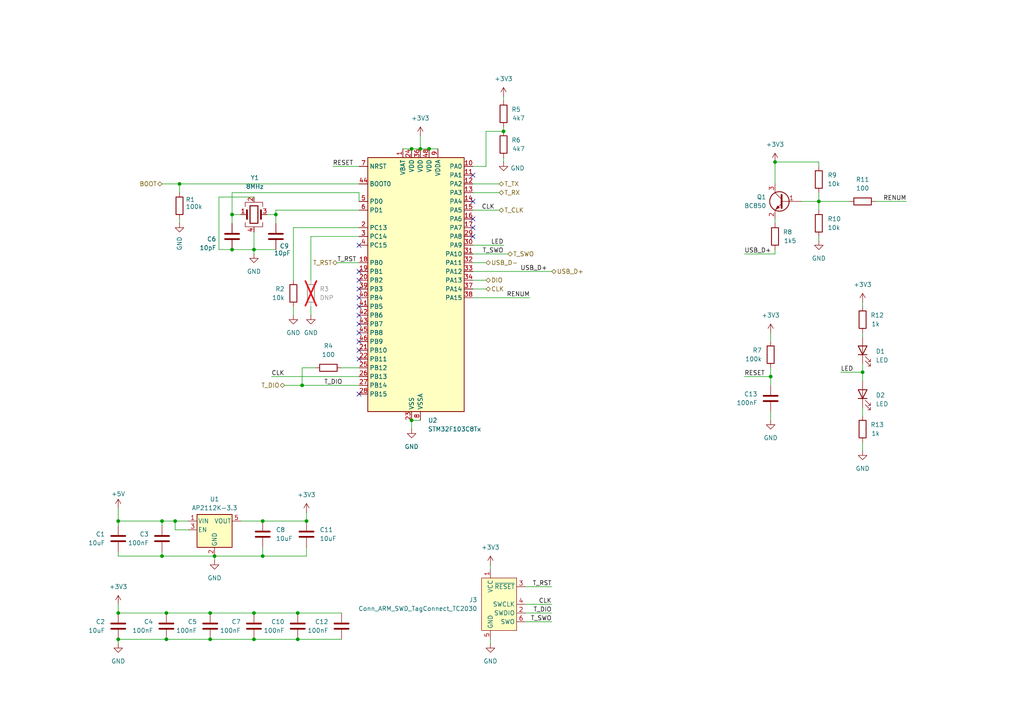
<source format=kicad_sch>
(kicad_sch (version 20231120) (generator "eeschema") (generator_version "8.0")
  (paper "A4")
  (lib_symbols
    (symbol "Connector:Conn_ARM_SWD_TagConnect_TC2030" (in_bom no)
      (property "Reference" "J" (at 2.54 11.43 0))
      (property "Value" "Conn_ARM_SWD_TagConnect_TC2030" (at 5.08 8.89 0))
      (symbol "Conn_ARM_SWD_TagConnect_TC2030_0_0"
        (pin power_in line (at -2.54 10.16 270) (length 2.54) (name "VCC") (number "1"))
        (pin bidirectional line (at 7.62 -2.54 180) (length 2.54) (name "SWDIO") (number "2"))
        (pin open_collector line (at 7.62 5.08 180) (length 2.54) (name "~{RESET}") (number "3"))
        (pin output line (at 7.62 0 180) (length 2.54) (name "SWCLK") (number "4"))
        (pin power_in line (at -2.54 -10.16 90) (length 2.54) (name "GND") (number "5"))
        (pin input line (at 7.62 -5.08 180) (length 2.54) (name "SWO") (number "6"))
      )
      (symbol "Conn_ARM_SWD_TagConnect_TC2030_0_1"
        (rectangle (start -5.08 7.62) (end 5.08 -7.62) (fill (type background)))
      )
    )
    (symbol "Device:C" (pin_numbers hide) (pin_names (offset 0.254))
      (property "Reference" "C" (at 0.635 2.54 0))
      (property "Value" "C" (at 0.635 -2.54 0))
      (symbol "C_0_1"
        (polyline (pts (xy -2.032 -0.762) (xy 2.032 -0.762)) (stroke (width 0.508)))
        (polyline (pts (xy -2.032 0.762) (xy 2.032 0.762)) (stroke (width 0.508)))
      )
      (symbol "C_1_1"
        (pin passive line (at 0 3.81 270) (length 2.794) (name "~") (number "1"))
        (pin passive line (at 0 -3.81 90) (length 2.794) (name "~") (number "2"))
      )
    )
    (symbol "Device:Crystal_GND24" (pin_names (offset 1.016) hide)
      (property "Reference" "Y" (at 3.175 5.08 0))
      (property "Value" "Crystal_GND24" (at 3.175 3.175 0))
      (symbol "Crystal_GND24_0_1"
        (rectangle (start -1.143 2.54) (end 1.143 -2.54) (stroke (width 0.3048)))
        (polyline (pts (xy -2.54 0) (xy -2.032 0)))
        (polyline (pts (xy -2.032 -1.27) (xy -2.032 1.27)) (stroke (width 0.508)))
        (polyline (pts (xy 0 -3.81) (xy 0 -3.556)))
        (polyline (pts (xy 0 3.556) (xy 0 3.81)))
        (polyline (pts (xy 2.032 -1.27) (xy 2.032 1.27)) (stroke (width 0.508)))
        (polyline (pts (xy 2.032 0) (xy 2.54 0)))
        (polyline (pts (xy -2.54 -2.286) (xy -2.54 -3.556) (xy 2.54 -3.556) (xy 2.54 -2.286)))
        (polyline (pts (xy -2.54 2.286) (xy -2.54 3.556) (xy 2.54 3.556) (xy 2.54 2.286)))
      )
      (symbol "Crystal_GND24_1_1"
        (pin passive line (at -3.81 0 0) (length 1.27) (name "1") (number "1"))
        (pin passive line (at 0 5.08 270) (length 1.27) (name "2") (number "2"))
        (pin passive line (at 3.81 0 180) (length 1.27) (name "3") (number "3"))
        (pin passive line (at 0 -5.08 90) (length 1.27) (name "4") (number "4"))
      )
    )
    (symbol "Device:LED" (pin_numbers hide) (pin_names (offset 1.016) hide)
      (property "Reference" "D" (at 0 2.54 0))
      (property "Value" "LED" (at 0 -2.54 0))
      (symbol "LED_0_1"
        (polyline (pts (xy -1.27 -1.27) (xy -1.27 1.27)) (stroke (width 0.254)))
        (polyline (pts (xy -1.27 0) (xy 1.27 0)))
        (polyline (pts (xy 1.27 -1.27) (xy 1.27 1.27) (xy -1.27 0) (xy 1.27 -1.27)) (stroke (width 0.254)))
        (polyline (pts (xy -3.048 -0.762) (xy -4.572 -2.286) (xy -3.81 -2.286) (xy -4.572 -2.286) (xy -4.572 -1.524)))
        (polyline (pts (xy -1.778 -0.762) (xy -3.302 -2.286) (xy -2.54 -2.286) (xy -3.302 -2.286) (xy -3.302 -1.524)))
      )
      (symbol "LED_1_1"
        (pin passive line (at -3.81 0 0) (length 2.54) (name "K") (number "1"))
        (pin passive line (at 3.81 0 180) (length 2.54) (name "A") (number "2"))
      )
    )
    (symbol "Device:R" (pin_numbers hide) (pin_names (offset 0))
      (property "Reference" "R" (at 2.032 0 90))
      (property "Value" "R" (at 0 0 90))
      (symbol "R_0_1"
        (rectangle (start -1.016 -2.54) (end 1.016 2.54) (stroke (width 0.254)))
      )
      (symbol "R_1_1"
        (pin passive line (at 0 3.81 270) (length 1.27) (name "~") (number "1"))
        (pin passive line (at 0 -3.81 90) (length 1.27) (name "~") (number "2"))
      )
    )
    (symbol "MCU_ST_STM32F1:STM32F103C8Tx"
      (property "Reference" "U" (at -12.7 39.37 0))
      (property "Value" "STM32F103C8Tx" (at 10.16 39.37 0))
      (symbol "STM32F103C8Tx_0_1"
        (rectangle (start -12.7 -35.56) (end 15.24 38.1) (stroke (width 0.254)) (fill (type background)))
      )
      (symbol "STM32F103C8Tx_1_1"
        (pin power_in line (at -2.54 40.64 270) (length 2.54) (name "VBAT") (number "1"))
        (pin bidirectional line (at 17.78 35.56 180) (length 2.54) (name "PA0") (number "10"))
        (pin bidirectional line (at 17.78 33.02 180) (length 2.54) (name "PA1") (number "11"))
        (pin bidirectional line (at 17.78 30.48 180) (length 2.54) (name "PA2") (number "12"))
        (pin bidirectional line (at 17.78 27.94 180) (length 2.54) (name "PA3") (number "13"))
        (pin bidirectional line (at 17.78 25.4 180) (length 2.54) (name "PA4") (number "14"))
        (pin bidirectional line (at 17.78 22.86 180) (length 2.54) (name "PA5") (number "15"))
        (pin bidirectional line (at 17.78 20.32 180) (length 2.54) (name "PA6") (number "16"))
        (pin bidirectional line (at 17.78 17.78 180) (length 2.54) (name "PA7") (number "17"))
        (pin bidirectional line (at -15.24 7.62 0) (length 2.54) (name "PB0") (number "18"))
        (pin bidirectional line (at -15.24 5.08 0) (length 2.54) (name "PB1") (number "19"))
        (pin bidirectional line (at -15.24 17.78 0) (length 2.54) (name "PC13") (number "2"))
        (pin bidirectional line (at -15.24 2.54 0) (length 2.54) (name "PB2") (number "20"))
        (pin bidirectional line (at -15.24 -17.78 0) (length 2.54) (name "PB10") (number "21"))
        (pin bidirectional line (at -15.24 -20.32 0) (length 2.54) (name "PB11") (number "22"))
        (pin power_in line (at 0 -38.1 90) (length 2.54) (name "VSS") (number "23"))
        (pin power_in line (at 0 40.64 270) (length 2.54) (name "VDD") (number "24"))
        (pin bidirectional line (at -15.24 -22.86 0) (length 2.54) (name "PB12") (number "25"))
        (pin bidirectional line (at -15.24 -25.4 0) (length 2.54) (name "PB13") (number "26"))
        (pin bidirectional line (at -15.24 -27.94 0) (length 2.54) (name "PB14") (number "27"))
        (pin bidirectional line (at -15.24 -30.48 0) (length 2.54) (name "PB15") (number "28"))
        (pin bidirectional line (at 17.78 15.24 180) (length 2.54) (name "PA8") (number "29"))
        (pin bidirectional line (at -15.24 15.24 0) (length 2.54) (name "PC14") (number "3"))
        (pin bidirectional line (at 17.78 12.7 180) (length 2.54) (name "PA9") (number "30"))
        (pin bidirectional line (at 17.78 10.16 180) (length 2.54) (name "PA10") (number "31"))
        (pin bidirectional line (at 17.78 7.62 180) (length 2.54) (name "PA11") (number "32"))
        (pin bidirectional line (at 17.78 5.08 180) (length 2.54) (name "PA12") (number "33"))
        (pin bidirectional line (at 17.78 2.54 180) (length 2.54) (name "PA13") (number "34"))
        (pin passive line (at 0 -38.1 90) (length 2.54) hide (name "VSS") (number "35"))
        (pin power_in line (at 2.54 40.64 270) (length 2.54) (name "VDD") (number "36"))
        (pin bidirectional line (at 17.78 0 180) (length 2.54) (name "PA14") (number "37"))
        (pin bidirectional line (at 17.78 -2.54 180) (length 2.54) (name "PA15") (number "38"))
        (pin bidirectional line (at -15.24 0 0) (length 2.54) (name "PB3") (number "39"))
        (pin bidirectional line (at -15.24 12.7 0) (length 2.54) (name "PC15") (number "4"))
        (pin bidirectional line (at -15.24 -2.54 0) (length 2.54) (name "PB4") (number "40"))
        (pin bidirectional line (at -15.24 -5.08 0) (length 2.54) (name "PB5") (number "41"))
        (pin bidirectional line (at -15.24 -7.62 0) (length 2.54) (name "PB6") (number "42"))
        (pin bidirectional line (at -15.24 -10.16 0) (length 2.54) (name "PB7") (number "43"))
        (pin input line (at -15.24 30.48 0) (length 2.54) (name "BOOT0") (number "44"))
        (pin bidirectional line (at -15.24 -12.7 0) (length 2.54) (name "PB8") (number "45"))
        (pin bidirectional line (at -15.24 -15.24 0) (length 2.54) (name "PB9") (number "46"))
        (pin passive line (at 0 -38.1 90) (length 2.54) hide (name "VSS") (number "47"))
        (pin power_in line (at 5.08 40.64 270) (length 2.54) (name "VDD") (number "48"))
        (pin bidirectional line (at -15.24 25.4 0) (length 2.54) (name "PD0") (number "5"))
        (pin bidirectional line (at -15.24 22.86 0) (length 2.54) (name "PD1") (number "6"))
        (pin input line (at -15.24 35.56 0) (length 2.54) (name "NRST") (number "7"))
        (pin power_in line (at 2.54 -38.1 90) (length 2.54) (name "VSSA") (number "8"))
        (pin power_in line (at 7.62 40.64 270) (length 2.54) (name "VDDA") (number "9"))
      )
    )
    (symbol "Regulator_Linear:AP2112K-3.3" (pin_names (offset 0.254))
      (property "Reference" "U" (at -5.08 5.715 0))
      (property "Value" "AP2112K-3.3" (at 0 5.715 0))
      (symbol "AP2112K-3.3_0_1"
        (rectangle (start -5.08 4.445) (end 5.08 -5.08) (stroke (width 0.254)) (fill (type background)))
      )
      (symbol "AP2112K-3.3_1_1"
        (pin power_in line (at -7.62 2.54 0) (length 2.54) (name "VIN") (number "1"))
        (pin power_in line (at 0 -7.62 90) (length 2.54) (name "GND") (number "2"))
        (pin input line (at -7.62 0 0) (length 2.54) (name "EN") (number "3"))
        (pin no_connect line (at 5.08 0 180) (length 2.54) hide (name "NC") (number "4"))
        (pin power_out line (at 7.62 2.54 180) (length 2.54) (name "VOUT") (number "5"))
      )
    )
    (symbol "Transistor_BJT:BC850" (pin_names (offset 0) hide)
      (property "Reference" "Q" (at 5.08 1.905 0))
      (property "Value" "BC850" (at 5.08 0 0))
      (symbol "BC850_0_1"
        (polyline (pts (xy 0.635 0.635) (xy 2.54 2.54)))
        (polyline (pts (xy 0.635 -0.635) (xy 2.54 -2.54) (xy 2.54 -2.54)))
        (polyline (pts (xy 0.635 1.905) (xy 0.635 -1.905) (xy 0.635 -1.905)) (stroke (width 0.508)))
        (polyline (pts (xy 1.27 -1.778) (xy 1.778 -1.27) (xy 2.286 -2.286) (xy 1.27 -1.778) (xy 1.27 -1.778)) (fill (type outline)))
        (circle (center 1.27 0) (radius 2.8194) (stroke (width 0.254)))
      )
      (symbol "BC850_1_1"
        (pin input line (at -5.08 0 0) (length 5.715) (name "B") (number "1"))
        (pin passive line (at 2.54 -5.08 90) (length 2.54) (name "E") (number "2"))
        (pin passive line (at 2.54 5.08 270) (length 2.54) (name "C") (number "3"))
      )
    )
    (symbol "power:+3V3" (power) (pin_numbers hide) (pin_names (offset 0) hide)
      (property "Value" "+3V3" (at 0 3.556 0))
      (symbol "+3V3_0_1"
        (polyline (pts (xy -0.762 1.27) (xy 0 2.54)))
        (polyline (pts (xy 0 0) (xy 0 2.54)))
        (polyline (pts (xy 0 2.54) (xy 0.762 1.27)))
      )
      (symbol "+3V3_1_1"
        (pin power_in line (at 0 0 90) (length 0) (name "~") (number "1"))
      )
    )
    (symbol "power:+5V" (power) (pin_numbers hide) (pin_names (offset 0) hide)
      (property "Value" "+5V" (at 0 3.556 0))
      (symbol "+5V_0_1"
        (polyline (pts (xy -0.762 1.27) (xy 0 2.54)))
        (polyline (pts (xy 0 0) (xy 0 2.54)))
        (polyline (pts (xy 0 2.54) (xy 0.762 1.27)))
      )
      (symbol "+5V_1_1"
        (pin power_in line (at 0 0 90) (length 0) (name "~") (number "1"))
      )
    )
    (symbol "power:GND" (power) (pin_numbers hide) (pin_names (offset 0) hide)
      (property "Value" "GND" (at 0 -3.81 0))
      (symbol "GND_0_1"
        (polyline (pts (xy 0 0) (xy 0 -1.27) (xy 1.27 -1.27) (xy 0 -2.54) (xy -1.27 -1.27) (xy 0 -1.27)))
      )
      (symbol "GND_1_1"
        (pin power_in line (at 0 0 270) (length 0) (name "~") (number "1"))
      )
    )
  )
  (junction (at 67.31 62.23))
  (junction (at 73.66 72.39))
  (junction (at 121.92 43.18))
  (junction (at 124.46 43.18))
  (junction (at 48.26 185.42))
  (junction (at 237.49 58.42))
  (junction (at 60.96 177.8))
  (junction (at 46.99 161.29))
  (junction (at 73.66 185.42))
  (junction (at 76.2 161.29))
  (junction (at 88.9 151.13))
  (junction (at 52.07 53.34))
  (junction (at 48.26 177.8))
  (junction (at 224.79 46.99))
  (junction (at 73.66 177.8))
  (junction (at 34.29 151.13))
  (junction (at 34.29 185.42))
  (junction (at 34.29 177.8))
  (junction (at 86.36 177.8))
  (junction (at 223.52 109.22))
  (junction (at 67.31 72.39))
  (junction (at 80.01 62.23))
  (junction (at 46.99 151.13))
  (junction (at 119.38 43.18))
  (junction (at 60.96 185.42))
  (junction (at 250.19 107.95))
  (junction (at 50.8 151.13))
  (junction (at 146.05 38.1))
  (junction (at 87.63 111.76))
  (junction (at 119.38 121.92))
  (junction (at 86.36 185.42))
  (junction (at 76.2 151.13))
  (junction (at 62.23 161.29))
  (no_connect (at 137.16 50.8))
  (no_connect (at 104.14 96.52))
  (no_connect (at 104.14 114.3))
  (no_connect (at 137.16 66.04))
  (no_connect (at 137.16 68.58))
  (no_connect (at 137.16 58.42))
  (no_connect (at 104.14 91.44))
  (no_connect (at 104.14 93.98))
  (no_connect (at 104.14 81.28))
  (no_connect (at 104.14 78.74))
  (no_connect (at 104.14 88.9))
  (no_connect (at 104.14 101.6))
  (no_connect (at 104.14 83.82))
  (no_connect (at 104.14 104.14))
  (no_connect (at 104.14 86.36))
  (no_connect (at 137.16 63.5))
  (no_connect (at 104.14 71.12))
  (no_connect (at 104.14 99.06))
  (wire (pts (xy 46.99 151.13) (xy 50.8 151.13)))
  (wire (pts (xy 119.38 121.92) (xy 121.92 121.92)))
  (wire (pts (xy 250.19 96.52) (xy 250.19 97.79)))
  (wire (pts (xy 137.16 60.96) (xy 144.78 60.96)))
  (wire (pts (xy 78.74 109.22) (xy 104.14 109.22)))
  (wire (pts (xy 146.05 71.12) (xy 137.16 71.12)))
  (wire (pts (xy 34.29 152.4) (xy 34.29 151.13)))
  (wire (pts (xy 46.99 161.29) (xy 62.23 161.29)))
  (wire (pts (xy 250.19 105.41) (xy 250.19 107.95)))
  (wire (pts (xy 91.44 106.68) (xy 87.63 106.68)))
  (wire (pts (xy 146.05 38.1) (xy 146.05 36.83)))
  (wire (pts (xy 237.49 55.88) (xy 237.49 58.42)))
  (wire (pts (xy 237.49 58.42) (xy 237.49 60.96)))
  (wire (pts (xy 250.19 107.95) (xy 250.19 110.49)))
  (wire (pts (xy 232.41 58.42) (xy 237.49 58.42)))
  (wire (pts (xy 88.9 161.29) (xy 76.2 161.29)))
  (wire (pts (xy 160.02 175.26) (xy 152.4 175.26)))
  (wire (pts (xy 34.29 151.13) (xy 46.99 151.13)))
  (wire (pts (xy 76.2 158.75) (xy 76.2 161.29)))
  (wire (pts (xy 87.63 111.76) (xy 104.14 111.76)))
  (wire (pts (xy 62.23 161.29) (xy 62.23 162.56)))
  (wire (pts (xy 34.29 147.32) (xy 34.29 151.13)))
  (wire (pts (xy 237.49 68.58) (xy 237.49 69.85)))
  (wire (pts (xy 46.99 151.13) (xy 46.99 152.4)))
  (wire (pts (xy 69.85 151.13) (xy 76.2 151.13)))
  (wire (pts (xy 34.29 185.42) (xy 48.26 185.42)))
  (wire (pts (xy 73.66 185.42) (xy 60.96 185.42)))
  (wire (pts (xy 142.24 185.42) (xy 142.24 186.69)))
  (wire (pts (xy 223.52 109.22) (xy 215.9 109.22)))
  (wire (pts (xy 50.8 151.13) (xy 50.8 153.67)))
  (wire (pts (xy 160.02 170.18) (xy 152.4 170.18)))
  (wire (pts (xy 34.29 175.26) (xy 34.29 177.8)))
  (wire (pts (xy 63.5 72.39) (xy 67.31 72.39)))
  (wire (pts (xy 85.09 88.9) (xy 85.09 91.44)))
  (wire (pts (xy 73.66 72.39) (xy 80.01 72.39)))
  (wire (pts (xy 223.52 106.68) (xy 223.52 109.22)))
  (wire (pts (xy 119.38 43.18) (xy 121.92 43.18)))
  (wire (pts (xy 237.49 46.99) (xy 237.49 48.26)))
  (wire (pts (xy 82.55 111.76) (xy 87.63 111.76)))
  (wire (pts (xy 140.97 76.2) (xy 137.16 76.2)))
  (wire (pts (xy 147.32 73.66) (xy 137.16 73.66)))
  (wire (pts (xy 215.9 73.66) (xy 224.79 73.66)))
  (wire (pts (xy 137.16 83.82) (xy 140.97 83.82)))
  (wire (pts (xy 144.78 55.88) (xy 137.16 55.88)))
  (wire (pts (xy 77.47 62.23) (xy 80.01 62.23)))
  (wire (pts (xy 119.38 124.46) (xy 119.38 121.92)))
  (wire (pts (xy 80.01 60.96) (xy 104.14 60.96)))
  (wire (pts (xy 160.02 180.34) (xy 152.4 180.34)))
  (wire (pts (xy 224.79 46.99) (xy 224.79 53.34)))
  (wire (pts (xy 250.19 128.27) (xy 250.19 130.81)))
  (wire (pts (xy 137.16 48.26) (xy 140.97 48.26)))
  (wire (pts (xy 46.99 53.34) (xy 52.07 53.34)))
  (wire (pts (xy 80.01 60.96) (xy 80.01 62.23)))
  (wire (pts (xy 97.79 76.2) (xy 104.14 76.2)))
  (wire (pts (xy 99.06 106.68) (xy 104.14 106.68)))
  (wire (pts (xy 87.63 106.68) (xy 87.63 111.76)))
  (wire (pts (xy 137.16 78.74) (xy 160.02 78.74)))
  (wire (pts (xy 121.92 39.37) (xy 121.92 43.18)))
  (wire (pts (xy 153.67 86.36) (xy 137.16 86.36)))
  (wire (pts (xy 146.05 27.94) (xy 146.05 29.21)))
  (wire (pts (xy 67.31 64.77) (xy 67.31 62.23)))
  (wire (pts (xy 243.84 107.95) (xy 250.19 107.95)))
  (wire (pts (xy 34.29 177.8) (xy 48.26 177.8)))
  (wire (pts (xy 121.92 43.18) (xy 124.46 43.18)))
  (wire (pts (xy 96.52 48.26) (xy 104.14 48.26)))
  (wire (pts (xy 73.66 67.31) (xy 73.66 72.39)))
  (wire (pts (xy 88.9 148.59) (xy 88.9 151.13)))
  (wire (pts (xy 85.09 66.04) (xy 104.14 66.04)))
  (wire (pts (xy 34.29 161.29) (xy 46.99 161.29)))
  (wire (pts (xy 99.06 177.8) (xy 86.36 177.8)))
  (wire (pts (xy 67.31 62.23) (xy 67.31 55.88)))
  (wire (pts (xy 67.31 72.39) (xy 73.66 72.39)))
  (wire (pts (xy 250.19 118.11) (xy 250.19 120.65)))
  (wire (pts (xy 262.89 58.42) (xy 254 58.42)))
  (wire (pts (xy 144.78 53.34) (xy 137.16 53.34)))
  (wire (pts (xy 34.29 160.02) (xy 34.29 161.29)))
  (wire (pts (xy 223.52 96.52) (xy 223.52 99.06)))
  (wire (pts (xy 224.79 63.5) (xy 224.79 64.77)))
  (wire (pts (xy 67.31 62.23) (xy 69.85 62.23)))
  (wire (pts (xy 76.2 151.13) (xy 88.9 151.13)))
  (wire (pts (xy 116.84 43.18) (xy 119.38 43.18)))
  (wire (pts (xy 52.07 53.34) (xy 104.14 53.34)))
  (wire (pts (xy 73.66 57.15) (xy 63.5 57.15)))
  (wire (pts (xy 62.23 161.29) (xy 76.2 161.29)))
  (wire (pts (xy 63.5 57.15) (xy 63.5 72.39)))
  (wire (pts (xy 224.79 46.99) (xy 237.49 46.99)))
  (wire (pts (xy 73.66 73.66) (xy 73.66 72.39)))
  (wire (pts (xy 60.96 177.8) (xy 48.26 177.8)))
  (wire (pts (xy 88.9 158.75) (xy 88.9 161.29)))
  (wire (pts (xy 73.66 177.8) (xy 60.96 177.8)))
  (wire (pts (xy 250.19 87.63) (xy 250.19 88.9)))
  (wire (pts (xy 142.24 163.83) (xy 142.24 165.1)))
  (wire (pts (xy 146.05 46.99) (xy 146.05 45.72)))
  (wire (pts (xy 160.02 177.8) (xy 152.4 177.8)))
  (wire (pts (xy 46.99 160.02) (xy 46.99 161.29)))
  (wire (pts (xy 99.06 185.42) (xy 86.36 185.42)))
  (wire (pts (xy 137.16 81.28) (xy 140.97 81.28)))
  (wire (pts (xy 140.97 38.1) (xy 146.05 38.1)))
  (wire (pts (xy 50.8 151.13) (xy 54.61 151.13)))
  (wire (pts (xy 52.07 64.77) (xy 52.07 63.5)))
  (wire (pts (xy 60.96 185.42) (xy 48.26 185.42)))
  (wire (pts (xy 34.29 186.69) (xy 34.29 185.42)))
  (wire (pts (xy 90.17 68.58) (xy 90.17 81.28)))
  (wire (pts (xy 223.52 119.38) (xy 223.52 121.92)))
  (wire (pts (xy 90.17 88.9) (xy 90.17 91.44)))
  (wire (pts (xy 90.17 68.58) (xy 104.14 68.58)))
  (wire (pts (xy 86.36 177.8) (xy 73.66 177.8)))
  (wire (pts (xy 224.79 73.66) (xy 224.79 72.39)))
  (wire (pts (xy 124.46 43.18) (xy 127 43.18)))
  (wire (pts (xy 80.01 62.23) (xy 80.01 64.77)))
  (wire (pts (xy 223.52 109.22) (xy 223.52 111.76)))
  (wire (pts (xy 52.07 55.88) (xy 52.07 53.34)))
  (wire (pts (xy 140.97 48.26) (xy 140.97 38.1)))
  (wire (pts (xy 85.09 81.28) (xy 85.09 66.04)))
  (wire (pts (xy 237.49 58.42) (xy 246.38 58.42)))
  (wire (pts (xy 104.14 55.88) (xy 104.14 58.42)))
  (wire (pts (xy 54.61 153.67) (xy 50.8 153.67)))
  (wire (pts (xy 86.36 185.42) (xy 73.66 185.42)))
  (wire (pts (xy 67.31 55.88) (xy 104.14 55.88)))
  (label "RENUM" (at 262.89 58.42 180))
  (label "RENUM" (at 153.67 86.36 180))
  (label "LED" (at 243.84 107.95 0))
  (label "T_DIO" (at 93.98 111.76 0))
  (label "CLK" (at 139.7 60.96 0))
  (label "T_SWO" (at 146.05 73.66 180))
  (label "CLK" (at 78.74 109.22 0))
  (label "T_RST" (at 160.02 170.18 180))
  (label "RESET" (at 96.52 48.26 0))
  (label "T_SWO" (at 160.02 180.34 180))
  (label "CLK" (at 160.02 175.26 180))
  (label "USB_D+" (at 158.75 78.74 180))
  (label "RESET" (at 215.9 109.22 0))
  (label "T_RST" (at 97.79 76.2 0))
  (label "LED" (at 146.05 71.12 180))
  (label "T_DIO" (at 160.02 177.8 180))
  (label "USB_D+" (at 215.9 73.66 0))
  (hierarchical_label "USB_D-" (shape bidirectional) (at 140.97 76.2 0))
  (hierarchical_label "T_RX" (shape bidirectional) (at 144.78 55.88 0))
  (hierarchical_label "USB_D+" (shape bidirectional) (at 160.02 78.74 0))
  (hierarchical_label "T_TX" (shape bidirectional) (at 144.78 53.34 0))
  (hierarchical_label "T_CLK" (shape bidirectional) (at 144.78 60.96 0))
  (hierarchical_label "CLK" (shape bidirectional) (at 140.97 83.82 0))
  (hierarchical_label "T_DIO" (shape bidirectional) (at 82.55 111.76 180))
  (hierarchical_label "T_SWO" (shape bidirectional) (at 147.32 73.66 0))
  (hierarchical_label "DIO" (shape bidirectional) (at 140.97 81.28 0))
  (hierarchical_label "BOOT" (shape bidirectional) (at 46.99 53.34 180))
  (hierarchical_label "T_RST" (shape bidirectional) (at 97.79 76.2 180))
  (symbol (lib_id "Regulator_Linear:AP2112K-3.3") (at 62.23 153.67 0) (unit 1)
    (property "Reference" "U1" (at 62.23 144.78 0))
    (property "Value" "AP2112K-3.3" (at 62.23 147.32 0))
    (property "Footprint" "Package_TO_SOT_SMD:SOT-23-5" (effects (hide yes)))
    (property "Datasheet" "https://www.diodes.com/assets/Datasheets/AP2112.pdf" (effects (hide yes)))
    (property "Description" "600mA low dropout linear regulator, with enable pin, 3.8V-6V input voltage range, 3.3V fixed positive output, SOT-23-5" (effects (hide yes)))
    (property "TME" "AP2112K-3.3TRG1" (effects (hide yes)))
  )
  (symbol (lib_id "Device:C") (at 223.52 115.57 0) (mirror y) (unit 1)
    (property "Reference" "C13" (at 219.71 114.2999 0) (effects (justify left)))
    (property "Value" "100nF" (at 219.71 116.8399 0) (effects (justify left)))
    (property "Footprint" "Capacitor_SMD:C_0603_1608Metric" (effects (hide yes)))
    (property "Description" "Unpolarized capacitor" (effects (hide yes)))
    (property "TME" "CL10B104KB8NNNC" (effects (hide yes)))
  )
  (symbol (lib_id "Transistor_BJT:BC850") (at 227.33 58.42 0) (mirror y) (unit 1)
    (property "Reference" "Q1" (at 222.25 57.1499 0) (effects (justify left)))
    (property "Value" "BC850" (at 222.25 59.6899 0) (effects (justify left)))
    (property "Footprint" "Package_TO_SOT_SMD:SOT-23" (effects (hide yes)))
    (property "Datasheet" "http://www.infineon.com/dgdl/Infineon-BC847SERIES_BC848SERIES_BC849SERIES_BC850SERIES-DS-v01_01-en.pdf?fileId=db3a304314dca389011541d4630a1657" (effects (hide yes)))
    (property "Description" "0.1A Ic, 45V Vce, NPN Transistor, SOT-23" (effects (hide yes)))
    (property "TME" "BC850B-DIO" (effects (hide yes)))
  )
  (symbol (lib_id "Device:R") (at 85.09 85.09 0) (mirror y) (unit 1)
    (property "Reference" "R2" (at 82.55 83.8199 0) (effects (justify left)))
    (property "Value" "10k" (at 82.55 86.3599 0) (effects (justify left)))
    (property "Footprint" "Resistor_SMD:R_0603_1608Metric" (effects (hide yes)))
    (property "Description" "Resistor" (effects (hide yes)))
    (property "TME" "WR06X1002FTL" (effects (hide yes)))
  )
  (symbol (lib_id "power:+3V3") (at 88.9 148.59 0) (unit 1)
    (property "Reference" "#PWR08" (effects (hide yes)))
    (property "Value" "+3V3" (at 88.9 143.51 0))
    (property "Description" "Power symbol creates a global label with name \"+3V3\"" (effects (hide yes)))
  )
  (symbol (lib_id "power:GND") (at 237.49 69.85 0) (unit 1)
    (property "Reference" "#PWR017" (effects (hide yes)))
    (property "Value" "GND" (at 237.49 74.93 0))
    (property "Description" "Power symbol creates a global label with name \"GND\" , ground" (effects (hide yes)))
  )
  (symbol (lib_id "power:GND") (at 52.07 64.77 0) (unit 1)
    (property "Reference" "#PWR04" (effects (hide yes)))
    (property "Value" "GND" (at 52.0699 68.58 90) (effects (justify right)))
    (property "Description" "Power symbol creates a global label with name \"GND\" , ground" (effects (hide yes)))
  )
  (symbol (lib_id "power:+3V3") (at 142.24 163.83 0) (unit 1)
    (property "Reference" "#PWR042" (effects (hide yes)))
    (property "Value" "+3V3" (at 142.24 158.75 0))
    (property "Description" "Power symbol creates a global label with name \"+3V3\"" (effects (hide yes)))
  )
  (symbol (lib_id "Device:R") (at 146.05 33.02 0) (unit 1)
    (property "Reference" "R5" (at 148.336 31.75 0) (effects (justify left)))
    (property "Value" "4k7" (at 148.59 34.2899 0) (effects (justify left)))
    (property "Footprint" "Resistor_SMD:R_0603_1608Metric" (effects (hide yes)))
    (property "Description" "Resistor" (effects (hide yes)))
    (property "TME" "CRCW06034K70FKTABC" (effects (hide yes)))
  )
  (symbol (lib_id "Device:C") (at 99.06 181.61 0) (mirror y) (unit 1)
    (property "Reference" "C12" (at 95.25 180.3399 0) (effects (justify left)))
    (property "Value" "100nF" (at 95.25 182.8799 0) (effects (justify left)))
    (property "Footprint" "Capacitor_SMD:C_0603_1608Metric" (effects (hide yes)))
    (property "Description" "Unpolarized capacitor" (effects (hide yes)))
    (property "TME" "CL10B104KB8NNNC" (effects (hide yes)))
  )
  (symbol (lib_id "Device:C") (at 86.36 181.61 0) (mirror y) (unit 1)
    (property "Reference" "C10" (at 82.55 180.3399 0) (effects (justify left)))
    (property "Value" "100nF" (at 82.55 182.8799 0) (effects (justify left)))
    (property "Footprint" "Capacitor_SMD:C_0603_1608Metric" (effects (hide yes)))
    (property "Description" "Unpolarized capacitor" (effects (hide yes)))
    (property "TME" "CL10B104KB8NNNC" (effects (hide yes)))
  )
  (symbol (lib_id "power:GND") (at 119.38 124.46 0) (unit 1)
    (property "Reference" "#PWR010" (effects (hide yes)))
    (property "Value" "GND" (at 119.38 129.54 0))
    (property "Description" "Power symbol creates a global label with name \"GND\" , ground" (effects (hide yes)))
  )
  (symbol (lib_id "Device:C") (at 34.29 156.21 0) (mirror y) (unit 1)
    (property "Reference" "C1" (at 30.48 154.9399 0) (effects (justify left)))
    (property "Value" "10uF" (at 30.48 157.4799 0) (effects (justify left)))
    (property "Footprint" "Capacitor_SMD:C_0805_2012Metric" (effects (hide yes)))
    (property "Description" "Unpolarized capacitor" (effects (hide yes)))
    (property "TME" "CL21A106KOQNNNE" (effects (hide yes)))
  )
  (symbol (lib_id "power:+3V3") (at 121.92 39.37 0) (unit 1)
    (property "Reference" "#PWR011" (effects (hide yes)))
    (property "Value" "+3V3" (at 121.92 34.29 0))
    (property "Description" "Power symbol creates a global label with name \"+3V3\"" (effects (hide yes)))
  )
  (symbol (lib_id "power:GND") (at 90.17 91.44 0) (unit 1)
    (property "Reference" "#PWR09" (effects (hide yes)))
    (property "Value" "GND" (at 90.17 96.52 0))
    (property "Description" "Power symbol creates a global label with name \"GND\" , ground" (effects (hide yes)))
  )
  (symbol (lib_id "Device:C") (at 60.96 181.61 0) (mirror y) (unit 1)
    (property "Reference" "C5" (at 57.15 180.3399 0) (effects (justify left)))
    (property "Value" "100nF" (at 57.15 182.8799 0) (effects (justify left)))
    (property "Footprint" "Capacitor_SMD:C_0603_1608Metric" (effects (hide yes)))
    (property "Description" "Unpolarized capacitor" (effects (hide yes)))
    (property "TME" "CL10B104KB8NNNC" (effects (hide yes)))
  )
  (symbol (lib_id "Device:R") (at 52.07 59.69 0) (unit 1)
    (property "Reference" "R1" (at 53.848 57.912 0) (effects (justify left)))
    (property "Value" "100k" (at 53.848 59.944 0) (effects (justify left)))
    (property "Footprint" "Resistor_SMD:R_0603_1608Metric" (effects (hide yes)))
    (property "Description" "Resistor" (effects (hide yes)))
    (property "TME" "CRCW0603100KJNTABC" (effects (hide yes)))
  )
  (symbol (lib_id "Device:C") (at 73.66 181.61 0) (mirror y) (unit 1)
    (property "Reference" "C7" (at 69.85 180.3399 0) (effects (justify left)))
    (property "Value" "100nF" (at 69.85 182.8799 0) (effects (justify left)))
    (property "Footprint" "Capacitor_SMD:C_0603_1608Metric" (effects (hide yes)))
    (property "Description" "Unpolarized capacitor" (effects (hide yes)))
    (property "TME" "CL10B104KB8NNNC" (effects (hide yes)))
  )
  (symbol (lib_id "power:+5V") (at 34.29 147.32 0) (unit 1)
    (property "Reference" "#PWR01" (effects (hide yes)))
    (property "Value" "+5V" (at 34.29 143.256 0))
    (property "Description" "Power symbol creates a global label with name \"+5V\"" (effects (hide yes)))
  )
  (symbol (lib_id "power:GND") (at 223.52 121.92 0) (mirror y) (unit 1)
    (property "Reference" "#PWR015" (effects (hide yes)))
    (property "Value" "GND" (at 223.52 127 0))
    (property "Description" "Power symbol creates a global label with name \"GND\" , ground" (effects (hide yes)))
  )
  (symbol (lib_id "power:+3V3") (at 250.19 87.63 0) (unit 1)
    (property "Reference" "#PWR018" (effects (hide yes)))
    (property "Value" "+3V3" (at 250.19 82.55 0))
    (property "Description" "Power symbol creates a global label with name \"+3V3\"" (effects (hide yes)))
  )
  (symbol (lib_id "Device:R") (at 237.49 52.07 0) (unit 1)
    (property "Reference" "R9" (at 240.03 50.7999 0) (effects (justify left)))
    (property "Value" "10k" (at 240.03 53.3399 0) (effects (justify left)))
    (property "Footprint" "Resistor_SMD:R_0603_1608Metric" (effects (hide yes)))
    (property "Description" "Resistor" (effects (hide yes)))
    (property "TME" "WR06X1002FTL" (effects (hide yes)))
  )
  (symbol (lib_id "power:GND") (at 34.29 186.69 0) (mirror y) (unit 1)
    (property "Reference" "#PWR03" (effects (hide yes)))
    (property "Value" "GND" (at 34.29 191.77 0))
    (property "Description" "Power symbol creates a global label with name \"GND\" , ground" (effects (hide yes)))
  )
  (symbol (lib_id "Device:C") (at 80.01 68.58 0) (mirror y) (unit 1)
    (property "Reference" "C9" (at 83.82 71.374 0) (effects (justify left)))
    (property "Value" "10pF" (at 84.328 73.406 0) (effects (justify left)))
    (property "Footprint" "Capacitor_SMD:C_0603_1608Metric" (effects (hide yes)))
    (property "Description" "Unpolarized capacitor" (effects (hide yes)))
    (property "TME" "0603N100J500CT" (effects (hide yes)))
  )
  (symbol (lib_id "Device:Crystal_GND24") (at 73.66 62.23 0) (unit 1)
    (property "Reference" "Y1" (at 73.914 51.562 0))
    (property "Value" "8MHz" (at 73.914 54.102 0))
    (property "Footprint" "Crystal:Crystal_SMD_5032-4Pin_5.0x3.2mm" (effects (hide yes)))
    (property "Description" "Four pin crystal, GND on pins 2 and 4" (effects (hide yes)))
    (property "TME" "8.00M-CFPX104" (effects (hide yes)))
  )
  (symbol (lib_id "power:GND") (at 142.24 186.69 0) (unit 1)
    (property "Reference" "#PWR043" (effects (hide yes)))
    (property "Value" "GND" (at 142.24 191.77 0))
    (property "Description" "Power symbol creates a global label with name \"GND\" , ground" (effects (hide yes)))
  )
  (symbol (lib_id "Connector:Conn_ARM_SWD_TagConnect_TC2030") (at 144.78 175.26 0) (unit 1) (in_bom no)
    (property "Reference" "J3" (at 138.43 173.9899 0) (effects (justify right)))
    (property "Value" "Conn_ARM_SWD_TagConnect_TC2030" (at 138.43 176.5299 0) (effects (justify right)))
    (property "Footprint" "Connector_PinHeader_2.54mm:PinHeader_1x06_P2.54mm_Vertical" (effects (hide yes)))
    (property "Datasheet" "https://www.tag-connect.com/wp-content/uploads/bsk-pdf-manager/TC2030-CTX_1.pdf" (effects (hide yes)))
    (property "Description" "Tag-Connect ARM Cortex SWD JTAG connector, 6 pin" (effects (hide yes)))
  )
  (symbol (lib_id "Device:C") (at 48.26 181.61 0) (mirror y) (unit 1)
    (property "Reference" "C4" (at 44.45 180.3399 0) (effects (justify left)))
    (property "Value" "100nF" (at 44.45 182.8799 0) (effects (justify left)))
    (property "Footprint" "Capacitor_SMD:C_0603_1608Metric" (effects (hide yes)))
    (property "Description" "Unpolarized capacitor" (effects (hide yes)))
    (property "TME" "CL10B104KB8NNNC" (effects (hide yes)))
  )
  (symbol (lib_id "power:GND") (at 73.66 73.66 0) (unit 1)
    (property "Reference" "#PWR06" (effects (hide yes)))
    (property "Value" "GND" (at 73.66 78.74 0))
    (property "Description" "Power symbol creates a global label with name \"GND\" , ground" (effects (hide yes)))
  )
  (symbol (lib_id "Device:R") (at 90.17 85.09 0) (unit 1) (dnp yes)
    (property "Reference" "R3" (at 92.71 83.8199 0) (effects (justify left)))
    (property "Value" "DNP" (at 92.71 86.3599 0) (effects (justify left)))
    (property "Footprint" "Resistor_SMD:R_0603_1608Metric" (effects (hide yes)))
    (property "Description" "Resistor" (effects (hide yes)))
    (property "TME" "SMD0603-0R" (effects (hide yes)))
  )
  (symbol (lib_id "power:GND") (at 146.05 46.99 0) (unit 1)
    (property "Reference" "#PWR013" (effects (hide yes)))
    (property "Value" "GND" (at 150.114 48.768 0))
    (property "Description" "Power symbol creates a global label with name \"GND\" , ground" (effects (hide yes)))
  )
  (symbol (lib_id "Device:C") (at 67.31 68.58 0) (mirror y) (unit 1)
    (property "Reference" "C6" (at 62.738 69.342 0) (effects (justify left)))
    (property "Value" "10pF" (at 62.738 71.882 0) (effects (justify left)))
    (property "Footprint" "Capacitor_SMD:C_0603_1608Metric" (effects (hide yes)))
    (property "Description" "Unpolarized capacitor" (effects (hide yes)))
    (property "TME" "0603N100J500CT" (effects (hide yes)))
  )
  (symbol (lib_id "Device:R") (at 95.25 106.68 90) (unit 1)
    (property "Reference" "R4" (at 95.25 100.33 90))
    (property "Value" "100" (at 95.25 102.87 90))
    (property "Footprint" "Resistor_SMD:R_0603_1608Metric" (effects (hide yes)))
    (property "Description" "Resistor" (effects (hide yes)))
    (property "TME" "SMD0603-100R" (effects (hide yes)))
  )
  (symbol (lib_id "power:+3V3") (at 223.52 96.52 0) (mirror y) (unit 1)
    (property "Reference" "#PWR014" (effects (hide yes)))
    (property "Value" "+3V3" (at 223.52 91.44 0))
    (property "Description" "Power symbol creates a global label with name \"+3V3\"" (effects (hide yes)))
  )
  (symbol (lib_id "power:GND") (at 62.23 162.56 0) (unit 1)
    (property "Reference" "#PWR05" (effects (hide yes)))
    (property "Value" "GND" (at 62.23 167.64 0))
    (property "Description" "Power symbol creates a global label with name \"GND\" , ground" (effects (hide yes)))
  )
  (symbol (lib_id "Device:R") (at 250.19 124.46 0) (unit 1)
    (property "Reference" "R13" (at 252.476 123.19 0) (effects (justify left)))
    (property "Value" "1k" (at 252.73 125.7299 0) (effects (justify left)))
    (property "Footprint" "Resistor_SMD:R_0603_1608Metric" (effects (hide yes)))
    (property "Description" "Resistor" (effects (hide yes)))
    (property "TME" "RC0603JR-071K" (effects (hide yes)))
  )
  (symbol (lib_id "Device:LED") (at 250.19 114.3 90) (unit 1)
    (property "Reference" "D2" (at 254 114.6174 90) (effects (justify right)))
    (property "Value" "LED" (at 254 117.1574 90) (effects (justify right)))
    (property "Footprint" "LED_SMD:LED_0805_2012Metric" (effects (hide yes)))
    (property "Description" "Light emitting diode" (effects (hide yes)))
    (property "TME" "OF-SMD2012B" (effects (hide yes)))
  )
  (symbol (lib_id "Device:C") (at 76.2 154.94 0) (unit 1)
    (property "Reference" "C8" (at 80.01 153.6699 0) (effects (justify left)))
    (property "Value" "10uF" (at 80.01 156.2099 0) (effects (justify left)))
    (property "Footprint" "Capacitor_SMD:C_0805_2012Metric" (effects (hide yes)))
    (property "Description" "Unpolarized capacitor" (effects (hide yes)))
    (property "TME" "CL21A106KOQNNNE" (effects (hide yes)))
  )
  (symbol (lib_id "power:GND") (at 250.19 130.81 0) (unit 1)
    (property "Reference" "#PWR019" (effects (hide yes)))
    (property "Value" "GND" (at 250.19 135.89 0))
    (property "Description" "Power symbol creates a global label with name \"GND\" , ground" (effects (hide yes)))
  )
  (symbol (lib_id "Device:R") (at 250.19 58.42 90) (unit 1)
    (property "Reference" "R11" (at 250.19 52.07 90))
    (property "Value" "100" (at 250.19 54.61 90))
    (property "Footprint" "Resistor_SMD:R_0603_1608Metric" (effects (hide yes)))
    (property "Description" "Resistor" (effects (hide yes)))
    (property "TME" "SMD0603-100R" (effects (hide yes)))
  )
  (symbol (lib_id "Device:C") (at 88.9 154.94 0) (unit 1)
    (property "Reference" "C11" (at 92.71 153.6699 0) (effects (justify left)))
    (property "Value" "10uF" (at 92.71 156.2099 0) (effects (justify left)))
    (property "Footprint" "Capacitor_SMD:C_0805_2012Metric" (effects (hide yes)))
    (property "Description" "Unpolarized capacitor" (effects (hide yes)))
    (property "TME" "CL21A106KOQNNNE" (effects (hide yes)))
  )
  (symbol (lib_id "Device:R") (at 237.49 64.77 0) (unit 1)
    (property "Reference" "R10" (at 240.03 63.4999 0) (effects (justify left)))
    (property "Value" "10k" (at 240.03 66.0399 0) (effects (justify left)))
    (property "Footprint" "Resistor_SMD:R_0603_1608Metric" (effects (hide yes)))
    (property "Description" "Resistor" (effects (hide yes)))
    (property "TME" "WR06X1002FTL" (effects (hide yes)))
  )
  (symbol (lib_id "Device:R") (at 223.52 102.87 0) (mirror y) (unit 1)
    (property "Reference" "R7" (at 220.98 101.5999 0) (effects (justify left)))
    (property "Value" "100k" (at 220.98 104.1399 0) (effects (justify left)))
    (property "Footprint" "Resistor_SMD:R_0603_1608Metric" (effects (hide yes)))
    (property "Description" "Resistor" (effects (hide yes)))
    (property "TME" "CRCW0603100KJNTABC" (effects (hide yes)))
  )
  (symbol (lib_id "power:GND") (at 85.09 91.44 0) (unit 1)
    (property "Reference" "#PWR07" (effects (hide yes)))
    (property "Value" "GND" (at 85.09 96.52 0))
    (property "Description" "Power symbol creates a global label with name \"GND\" , ground" (effects (hide yes)))
  )
  (symbol (lib_id "Device:LED") (at 250.19 101.6 90) (unit 1)
    (property "Reference" "D1" (at 254 101.9174 90) (effects (justify right)))
    (property "Value" "LED" (at 254 104.4574 90) (effects (justify right)))
    (property "Footprint" "LED_SMD:LED_0805_2012Metric" (effects (hide yes)))
    (property "Description" "Light emitting diode" (effects (hide yes)))
    (property "TME" "OF-SMD2012R" (effects (hide yes)))
  )
  (symbol (lib_id "Device:R") (at 250.19 92.71 0) (unit 1)
    (property "Reference" "R12" (at 252.476 91.44 0) (effects (justify left)))
    (property "Value" "1k" (at 252.73 93.9799 0) (effects (justify left)))
    (property "Footprint" "Resistor_SMD:R_0603_1608Metric" (effects (hide yes)))
    (property "Description" "Resistor" (effects (hide yes)))
    (property "TME" "RC0603JR-071K" (effects (hide yes)))
  )
  (symbol (lib_id "Device:R") (at 224.79 68.58 0) (unit 1)
    (property "Reference" "R8" (at 227.076 67.31 0) (effects (justify left)))
    (property "Value" "1k5" (at 227.33 69.8499 0) (effects (justify left)))
    (property "Footprint" "Resistor_SMD:R_0603_1608Metric" (effects (hide yes)))
    (property "Description" "Resistor" (effects (hide yes)))
    (property "TME" "WR06X1501FTL" (effects (hide yes)))
  )
  (symbol (lib_id "Device:R") (at 146.05 41.91 0) (unit 1)
    (property "Reference" "R6" (at 148.336 40.64 0) (effects (justify left)))
    (property "Value" "4k7" (at 148.59 43.1799 0) (effects (justify left)))
    (property "Footprint" "Resistor_SMD:R_0603_1608Metric" (effects (hide yes)))
    (property "Description" "Resistor" (effects (hide yes)))
    (property "TME" "CRCW06034K70FKTABC" (effects (hide yes)))
  )
  (symbol (lib_id "power:+3V3") (at 146.05 27.94 0) (unit 1)
    (property "Reference" "#PWR012" (effects (hide yes)))
    (property "Value" "+3V3" (at 146.05 22.86 0))
    (property "Description" "Power symbol creates a global label with name \"+3V3\"" (effects (hide yes)))
  )
  (symbol (lib_id "Device:C") (at 34.29 181.61 0) (mirror y) (unit 1)
    (property "Reference" "C2" (at 30.48 180.3399 0) (effects (justify left)))
    (property "Value" "10uF" (at 30.48 182.8799 0) (effects (justify left)))
    (property "Footprint" "Capacitor_SMD:C_0805_2012Metric" (effects (hide yes)))
    (property "Description" "Unpolarized capacitor" (effects (hide yes)))
    (property "TME" "CL21A106KOQNNNE" (effects (hide yes)))
  )
  (symbol (lib_id "MCU_ST_STM32F1:STM32F103C8Tx") (at 119.38 83.82 0) (unit 1)
    (property "Reference" "U2" (at 124.1141 121.92 0) (effects (justify left)))
    (property "Value" "STM32F103C8Tx" (at 124.1141 124.46 0) (effects (justify left)))
    (property "Footprint" "Package_QFP:LQFP-48_7x7mm_P0.5mm" (effects (hide yes)))
    (property "Datasheet" "https://www.st.com/resource/en/datasheet/stm32f103c8.pdf" (effects (hide yes)))
    (property "Description" "STMicroelectronics Arm Cortex-M3 MCU, 64KB flash, 20KB RAM, 72 MHz, 2.0-3.6V, 37 GPIO, LQFP48" (effects (hide yes)))
    (property "TME" "STM32F103C8T6" (effects (hide yes)))
  )
  (symbol (lib_id "Device:C") (at 46.99 156.21 0) (mirror y) (unit 1)
    (property "Reference" "C3" (at 43.18 154.9399 0) (effects (justify left)))
    (property "Value" "100nF" (at 43.18 157.4799 0) (effects (justify left)))
    (property "Footprint" "Capacitor_SMD:C_0603_1608Metric" (effects (hide yes)))
    (property "Description" "Unpolarized capacitor" (effects (hide yes)))
    (property "TME" "CL10B104KB8NNNC" (effects (hide yes)))
  )
  (symbol (lib_id "power:+3V3") (at 224.79 46.99 0) (unit 1)
    (property "Reference" "#PWR016" (effects (hide yes)))
    (property "Value" "+3V3" (at 224.79 41.91 0))
    (property "Description" "Power symbol creates a global label with name \"+3V3\"" (effects (hide yes)))
  )
  (symbol (lib_id "power:+3V3") (at 34.29 175.26 0) (unit 1)
    (property "Reference" "#PWR02" (effects (hide yes)))
    (property "Value" "+3V3" (at 34.29 170.18 0))
    (property "Description" "Power symbol creates a global label with name \"+3V3\"" (effects (hide yes)))
  )
)
</source>
